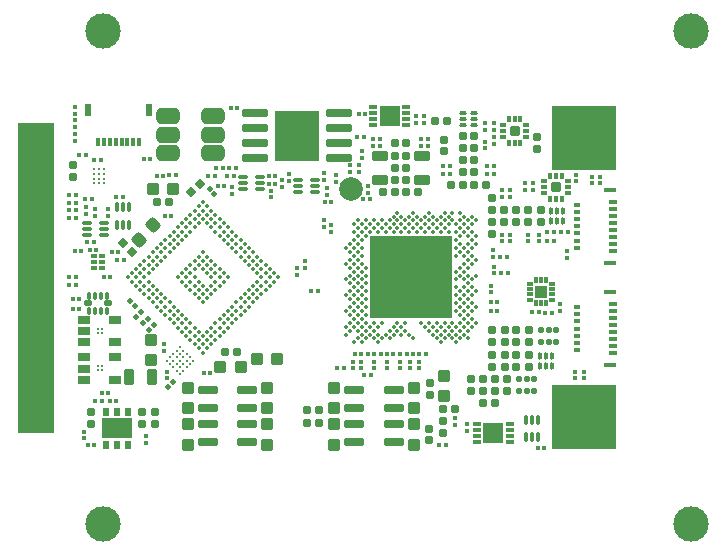
<source format=gbs>
G04*
G04 #@! TF.GenerationSoftware,Altium Limited,Altium Designer,19.1.6 (110)*
G04*
G04 Layer_Color=16711935*
%FSLAX44Y44*%
%MOMM*%
G71*
G01*
G75*
%ADD68R,3.1250X26.2500*%
G04:AMPARAMS|DCode=69|XSize=0.6mm|YSize=0.7mm|CornerRadius=0.1mm|HoleSize=0mm|Usage=FLASHONLY|Rotation=270.000|XOffset=0mm|YOffset=0mm|HoleType=Round|Shape=RoundedRectangle|*
%AMROUNDEDRECTD69*
21,1,0.6000,0.5000,0,0,270.0*
21,1,0.4000,0.7000,0,0,270.0*
1,1,0.2000,-0.2500,-0.2000*
1,1,0.2000,-0.2500,0.2000*
1,1,0.2000,0.2500,0.2000*
1,1,0.2000,0.2500,-0.2000*
%
%ADD69ROUNDEDRECTD69*%
%ADD70R,0.4000X0.4500*%
%ADD78R,0.4500X0.4000*%
%ADD88R,2.6000X0.7000*%
%ADD89C,0.2400*%
%ADD90C,0.3000*%
%ADD93C,2.0000*%
%ADD97C,3.0000*%
G04:AMPARAMS|DCode=105|XSize=0.7mm|YSize=0.7mm|CornerRadius=0.11mm|HoleSize=0mm|Usage=FLASHONLY|Rotation=0.000|XOffset=0mm|YOffset=0mm|HoleType=Round|Shape=RoundedRectangle|*
%AMROUNDEDRECTD105*
21,1,0.7000,0.4800,0,0,0.0*
21,1,0.4800,0.7000,0,0,0.0*
1,1,0.2200,0.2400,-0.2400*
1,1,0.2200,-0.2400,-0.2400*
1,1,0.2200,-0.2400,0.2400*
1,1,0.2200,0.2400,0.2400*
%
%ADD105ROUNDEDRECTD105*%
G04:AMPARAMS|DCode=106|XSize=1.4mm|YSize=0.9mm|CornerRadius=0.15mm|HoleSize=0mm|Usage=FLASHONLY|Rotation=90.000|XOffset=0mm|YOffset=0mm|HoleType=Round|Shape=RoundedRectangle|*
%AMROUNDEDRECTD106*
21,1,1.4000,0.6000,0,0,90.0*
21,1,1.1000,0.9000,0,0,90.0*
1,1,0.3000,0.3000,0.5500*
1,1,0.3000,0.3000,-0.5500*
1,1,0.3000,-0.3000,-0.5500*
1,1,0.3000,-0.3000,0.5500*
%
%ADD106ROUNDEDRECTD106*%
G04:AMPARAMS|DCode=107|XSize=0.4mm|YSize=0.45mm|CornerRadius=0mm|HoleSize=0mm|Usage=FLASHONLY|Rotation=45.000|XOffset=0mm|YOffset=0mm|HoleType=Round|Shape=Rectangle|*
%AMROTATEDRECTD107*
4,1,4,0.0177,-0.3005,-0.3005,0.0177,-0.0177,0.3005,0.3005,-0.0177,0.0177,-0.3005,0.0*
%
%ADD107ROTATEDRECTD107*%

G04:AMPARAMS|DCode=108|XSize=0.7mm|YSize=0.7mm|CornerRadius=0.11mm|HoleSize=0mm|Usage=FLASHONLY|Rotation=270.000|XOffset=0mm|YOffset=0mm|HoleType=Round|Shape=RoundedRectangle|*
%AMROUNDEDRECTD108*
21,1,0.7000,0.4800,0,0,270.0*
21,1,0.4800,0.7000,0,0,270.0*
1,1,0.2200,-0.2400,-0.2400*
1,1,0.2200,-0.2400,0.2400*
1,1,0.2200,0.2400,0.2400*
1,1,0.2200,0.2400,-0.2400*
%
%ADD108ROUNDEDRECTD108*%
G04:AMPARAMS|DCode=109|XSize=1.1mm|YSize=1mm|CornerRadius=0.1625mm|HoleSize=0mm|Usage=FLASHONLY|Rotation=270.000|XOffset=0mm|YOffset=0mm|HoleType=Round|Shape=RoundedRectangle|*
%AMROUNDEDRECTD109*
21,1,1.1000,0.6750,0,0,270.0*
21,1,0.7750,1.0000,0,0,270.0*
1,1,0.3250,-0.3375,-0.3875*
1,1,0.3250,-0.3375,0.3875*
1,1,0.3250,0.3375,0.3875*
1,1,0.3250,0.3375,-0.3875*
%
%ADD109ROUNDEDRECTD109*%
G04:AMPARAMS|DCode=110|XSize=1.1mm|YSize=1mm|CornerRadius=0.1625mm|HoleSize=0mm|Usage=FLASHONLY|Rotation=180.000|XOffset=0mm|YOffset=0mm|HoleType=Round|Shape=RoundedRectangle|*
%AMROUNDEDRECTD110*
21,1,1.1000,0.6750,0,0,180.0*
21,1,0.7750,1.0000,0,0,180.0*
1,1,0.3250,-0.3875,0.3375*
1,1,0.3250,0.3875,0.3375*
1,1,0.3250,0.3875,-0.3375*
1,1,0.3250,-0.3875,-0.3375*
%
%ADD110ROUNDEDRECTD110*%
G04:AMPARAMS|DCode=112|XSize=0.6mm|YSize=0.7mm|CornerRadius=0.1mm|HoleSize=0mm|Usage=FLASHONLY|Rotation=180.000|XOffset=0mm|YOffset=0mm|HoleType=Round|Shape=RoundedRectangle|*
%AMROUNDEDRECTD112*
21,1,0.6000,0.5000,0,0,180.0*
21,1,0.4000,0.7000,0,0,180.0*
1,1,0.2000,-0.2000,0.2500*
1,1,0.2000,0.2000,0.2500*
1,1,0.2000,0.2000,-0.2500*
1,1,0.2000,-0.2000,-0.2500*
%
%ADD112ROUNDEDRECTD112*%
G04:AMPARAMS|DCode=113|XSize=0.4mm|YSize=0.45mm|CornerRadius=0mm|HoleSize=0mm|Usage=FLASHONLY|Rotation=315.000|XOffset=0mm|YOffset=0mm|HoleType=Round|Shape=Rectangle|*
%AMROTATEDRECTD113*
4,1,4,-0.3005,-0.0177,0.0177,0.3005,0.3005,0.0177,-0.0177,-0.3005,-0.3005,-0.0177,0.0*
%
%ADD113ROTATEDRECTD113*%

%ADD114R,0.6000X0.8000*%
%ADD115R,2.6000X1.8000*%
G04:AMPARAMS|DCode=119|XSize=1.1mm|YSize=1.1mm|CornerRadius=0.2mm|HoleSize=0mm|Usage=FLASHONLY|Rotation=180.000|XOffset=0mm|YOffset=0mm|HoleType=Round|Shape=RoundedRectangle|*
%AMROUNDEDRECTD119*
21,1,1.1000,0.7000,0,0,180.0*
21,1,0.7000,1.1000,0,0,180.0*
1,1,0.4000,-0.3500,0.3500*
1,1,0.4000,0.3500,0.3500*
1,1,0.4000,0.3500,-0.3500*
1,1,0.4000,-0.3500,-0.3500*
%
%ADD119ROUNDEDRECTD119*%
%ADD120R,0.3000X0.4950*%
%ADD121R,0.4950X0.3000*%
G04:AMPARAMS|DCode=122|XSize=0.33mm|YSize=0.63mm|CornerRadius=0.1025mm|HoleSize=0mm|Usage=FLASHONLY|Rotation=0.000|XOffset=0mm|YOffset=0mm|HoleType=Round|Shape=RoundedRectangle|*
%AMROUNDEDRECTD122*
21,1,0.3300,0.4250,0,0,0.0*
21,1,0.1250,0.6300,0,0,0.0*
1,1,0.2050,0.0625,-0.2125*
1,1,0.2050,-0.0625,-0.2125*
1,1,0.2050,-0.0625,0.2125*
1,1,0.2050,0.0625,0.2125*
%
%ADD122ROUNDEDRECTD122*%
G04:AMPARAMS|DCode=124|XSize=0.6mm|YSize=0.7mm|CornerRadius=0.1mm|HoleSize=0mm|Usage=FLASHONLY|Rotation=45.000|XOffset=0mm|YOffset=0mm|HoleType=Round|Shape=RoundedRectangle|*
%AMROUNDEDRECTD124*
21,1,0.6000,0.5000,0,0,45.0*
21,1,0.4000,0.7000,0,0,45.0*
1,1,0.2000,0.3182,-0.0354*
1,1,0.2000,0.0354,-0.3182*
1,1,0.2000,-0.3182,0.0354*
1,1,0.2000,-0.0354,0.3182*
%
%ADD124ROUNDEDRECTD124*%
%ADD125R,5.5000X5.5000*%
%ADD140C,0.3500*%
%ADD173R,7.0000X7.0000*%
G04:AMPARAMS|DCode=174|XSize=0.4mm|YSize=0.8mm|CornerRadius=0.0995mm|HoleSize=0mm|Usage=FLASHONLY|Rotation=90.000|XOffset=0mm|YOffset=0mm|HoleType=Round|Shape=RoundedRectangle|*
%AMROUNDEDRECTD174*
21,1,0.4000,0.6010,0,0,90.0*
21,1,0.2010,0.8000,0,0,90.0*
1,1,0.1990,0.3005,0.1005*
1,1,0.1990,0.3005,-0.1005*
1,1,0.1990,-0.3005,-0.1005*
1,1,0.1990,-0.3005,0.1005*
%
%ADD174ROUNDEDRECTD174*%
G04:AMPARAMS|DCode=175|XSize=0.4mm|YSize=0.8mm|CornerRadius=0.0995mm|HoleSize=0mm|Usage=FLASHONLY|Rotation=180.000|XOffset=0mm|YOffset=0mm|HoleType=Round|Shape=RoundedRectangle|*
%AMROUNDEDRECTD175*
21,1,0.4000,0.6010,0,0,180.0*
21,1,0.2010,0.8000,0,0,180.0*
1,1,0.1990,-0.1005,0.3005*
1,1,0.1990,0.1005,0.3005*
1,1,0.1990,0.1005,-0.3005*
1,1,0.1990,-0.1005,-0.3005*
%
%ADD175ROUNDEDRECTD175*%
G04:AMPARAMS|DCode=176|XSize=0.65mm|YSize=2.2mm|CornerRadius=0.1875mm|HoleSize=0mm|Usage=FLASHONLY|Rotation=90.000|XOffset=0mm|YOffset=0mm|HoleType=Round|Shape=RoundedRectangle|*
%AMROUNDEDRECTD176*
21,1,0.6500,1.8250,0,0,90.0*
21,1,0.2750,2.2000,0,0,90.0*
1,1,0.3750,0.9125,0.1375*
1,1,0.3750,0.9125,-0.1375*
1,1,0.3750,-0.9125,-0.1375*
1,1,0.3750,-0.9125,0.1375*
%
%ADD176ROUNDEDRECTD176*%
%ADD177R,3.7000X4.3000*%
%ADD178R,1.8000X1.8000*%
%ADD179R,0.7400X0.3900*%
%ADD180R,0.6250X0.3500*%
G04:AMPARAMS|DCode=181|XSize=0.75mm|YSize=0.45mm|CornerRadius=0.1375mm|HoleSize=0mm|Usage=FLASHONLY|Rotation=180.000|XOffset=0mm|YOffset=0mm|HoleType=Round|Shape=RoundedRectangle|*
%AMROUNDEDRECTD181*
21,1,0.7500,0.1750,0,0,180.0*
21,1,0.4750,0.4500,0,0,180.0*
1,1,0.2750,-0.2375,0.0875*
1,1,0.2750,0.2375,0.0875*
1,1,0.2750,0.2375,-0.0875*
1,1,0.2750,-0.2375,-0.0875*
%
%ADD181ROUNDEDRECTD181*%
G04:AMPARAMS|DCode=182|XSize=0.65mm|YSize=0.4mm|CornerRadius=0.125mm|HoleSize=0mm|Usage=FLASHONLY|Rotation=270.000|XOffset=0mm|YOffset=0mm|HoleType=Round|Shape=RoundedRectangle|*
%AMROUNDEDRECTD182*
21,1,0.6500,0.1500,0,0,270.0*
21,1,0.4000,0.4000,0,0,270.0*
1,1,0.2500,-0.0750,-0.2000*
1,1,0.2500,-0.0750,0.2000*
1,1,0.2500,0.0750,0.2000*
1,1,0.2500,0.0750,-0.2000*
%
%ADD182ROUNDEDRECTD182*%
G04:AMPARAMS|DCode=183|XSize=0.65mm|YSize=0.35mm|CornerRadius=0.1125mm|HoleSize=0mm|Usage=FLASHONLY|Rotation=270.000|XOffset=0mm|YOffset=0mm|HoleType=Round|Shape=RoundedRectangle|*
%AMROUNDEDRECTD183*
21,1,0.6500,0.1250,0,0,270.0*
21,1,0.4250,0.3500,0,0,270.0*
1,1,0.2250,-0.0625,-0.2125*
1,1,0.2250,-0.0625,0.2125*
1,1,0.2250,0.0625,0.2125*
1,1,0.2250,0.0625,-0.2125*
%
%ADD183ROUNDEDRECTD183*%
%ADD184R,0.4000X0.8000*%
%ADD185R,0.5000X1.1000*%
%ADD186R,0.6000X0.4000*%
%ADD187R,0.8000X0.4000*%
%ADD188R,1.1000X0.4500*%
G04:AMPARAMS|DCode=189|XSize=1.7mm|YSize=0.6mm|CornerRadius=0.125mm|HoleSize=0mm|Usage=FLASHONLY|Rotation=0.000|XOffset=0mm|YOffset=0mm|HoleType=Round|Shape=RoundedRectangle|*
%AMROUNDEDRECTD189*
21,1,1.7000,0.3500,0,0,0.0*
21,1,1.4500,0.6000,0,0,0.0*
1,1,0.2500,0.7250,-0.1750*
1,1,0.2500,-0.7250,-0.1750*
1,1,0.2500,-0.7250,0.1750*
1,1,0.2500,0.7250,0.1750*
%
%ADD189ROUNDEDRECTD189*%
G04:AMPARAMS|DCode=190|XSize=1.4mm|YSize=0.9mm|CornerRadius=0.15mm|HoleSize=0mm|Usage=FLASHONLY|Rotation=0.000|XOffset=0mm|YOffset=0mm|HoleType=Round|Shape=RoundedRectangle|*
%AMROUNDEDRECTD190*
21,1,1.4000,0.6000,0,0,0.0*
21,1,1.1000,0.9000,0,0,0.0*
1,1,0.3000,0.5500,-0.3000*
1,1,0.3000,-0.5500,-0.3000*
1,1,0.3000,-0.5500,0.3000*
1,1,0.3000,0.5500,0.3000*
%
%ADD190ROUNDEDRECTD190*%
G04:AMPARAMS|DCode=191|XSize=0.3mm|YSize=0.55mm|CornerRadius=0.08mm|HoleSize=0mm|Usage=FLASHONLY|Rotation=90.000|XOffset=0mm|YOffset=0mm|HoleType=Round|Shape=RoundedRectangle|*
%AMROUNDEDRECTD191*
21,1,0.3000,0.3900,0,0,90.0*
21,1,0.1400,0.5500,0,0,90.0*
1,1,0.1600,0.1950,0.0700*
1,1,0.1600,0.1950,-0.0700*
1,1,0.1600,-0.1950,-0.0700*
1,1,0.1600,-0.1950,0.0700*
%
%ADD191ROUNDEDRECTD191*%
G04:AMPARAMS|DCode=192|XSize=0.3mm|YSize=0.55mm|CornerRadius=0.08mm|HoleSize=0mm|Usage=FLASHONLY|Rotation=0.000|XOffset=0mm|YOffset=0mm|HoleType=Round|Shape=RoundedRectangle|*
%AMROUNDEDRECTD192*
21,1,0.3000,0.3900,0,0,0.0*
21,1,0.1400,0.5500,0,0,0.0*
1,1,0.1600,0.0700,-0.1950*
1,1,0.1600,-0.0700,-0.1950*
1,1,0.1600,-0.0700,0.1950*
1,1,0.1600,0.0700,0.1950*
%
%ADD192ROUNDEDRECTD192*%
G04:AMPARAMS|DCode=193|XSize=0.9mm|YSize=0.9mm|CornerRadius=0.17mm|HoleSize=0mm|Usage=FLASHONLY|Rotation=180.000|XOffset=0mm|YOffset=0mm|HoleType=Round|Shape=RoundedRectangle|*
%AMROUNDEDRECTD193*
21,1,0.9000,0.5600,0,0,180.0*
21,1,0.5600,0.9000,0,0,180.0*
1,1,0.3400,-0.2800,0.2800*
1,1,0.3400,0.2800,0.2800*
1,1,0.3400,0.2800,-0.2800*
1,1,0.3400,-0.2800,-0.2800*
%
%ADD193ROUNDEDRECTD193*%
G04:AMPARAMS|DCode=194|XSize=0.55mm|YSize=0.45mm|CornerRadius=0.1025mm|HoleSize=0mm|Usage=FLASHONLY|Rotation=180.000|XOffset=0mm|YOffset=0mm|HoleType=Round|Shape=RoundedRectangle|*
%AMROUNDEDRECTD194*
21,1,0.5500,0.2450,0,0,180.0*
21,1,0.3450,0.4500,0,0,180.0*
1,1,0.2050,-0.1725,0.1225*
1,1,0.2050,0.1725,0.1225*
1,1,0.2050,0.1725,-0.1225*
1,1,0.2050,-0.1725,-0.1225*
%
%ADD194ROUNDEDRECTD194*%
%ADD195C,0.3000*%
G04:AMPARAMS|DCode=196|XSize=1.4mm|YSize=1.95mm|CornerRadius=0.375mm|HoleSize=0mm|Usage=FLASHONLY|Rotation=270.000|XOffset=0mm|YOffset=0mm|HoleType=Round|Shape=RoundedRectangle|*
%AMROUNDEDRECTD196*
21,1,1.4000,1.2000,0,0,270.0*
21,1,0.6500,1.9500,0,0,270.0*
1,1,0.7500,-0.6000,-0.3250*
1,1,0.7500,-0.6000,0.3250*
1,1,0.7500,0.6000,0.3250*
1,1,0.7500,0.6000,-0.3250*
%
%ADD196ROUNDEDRECTD196*%
G04:AMPARAMS|DCode=197|XSize=0.4mm|YSize=0.8mm|CornerRadius=0.125mm|HoleSize=0mm|Usage=FLASHONLY|Rotation=180.000|XOffset=0mm|YOffset=0mm|HoleType=Round|Shape=RoundedRectangle|*
%AMROUNDEDRECTD197*
21,1,0.4000,0.5500,0,0,180.0*
21,1,0.1500,0.8000,0,0,180.0*
1,1,0.2500,-0.0750,0.2750*
1,1,0.2500,0.0750,0.2750*
1,1,0.2500,0.0750,-0.2750*
1,1,0.2500,-0.0750,-0.2750*
%
%ADD197ROUNDEDRECTD197*%
G04:AMPARAMS|DCode=198|XSize=1.1mm|YSize=1mm|CornerRadius=0.1625mm|HoleSize=0mm|Usage=FLASHONLY|Rotation=315.000|XOffset=0mm|YOffset=0mm|HoleType=Round|Shape=RoundedRectangle|*
%AMROUNDEDRECTD198*
21,1,1.1000,0.6750,0,0,315.0*
21,1,0.7750,1.0000,0,0,315.0*
1,1,0.3250,0.0354,-0.5127*
1,1,0.3250,-0.5127,0.0354*
1,1,0.3250,-0.0354,0.5127*
1,1,0.3250,0.5127,-0.0354*
%
%ADD198ROUNDEDRECTD198*%
G04:AMPARAMS|DCode=199|XSize=0.6mm|YSize=0.7mm|CornerRadius=0.1mm|HoleSize=0mm|Usage=FLASHONLY|Rotation=135.000|XOffset=0mm|YOffset=0mm|HoleType=Round|Shape=RoundedRectangle|*
%AMROUNDEDRECTD199*
21,1,0.6000,0.5000,0,0,135.0*
21,1,0.4000,0.7000,0,0,135.0*
1,1,0.2000,0.0354,0.3182*
1,1,0.2000,0.3182,0.0354*
1,1,0.2000,-0.0354,-0.3182*
1,1,0.2000,-0.3182,-0.0354*
%
%ADD199ROUNDEDRECTD199*%
G04:AMPARAMS|DCode=200|XSize=0.33mm|YSize=0.63mm|CornerRadius=0.1025mm|HoleSize=0mm|Usage=FLASHONLY|Rotation=90.000|XOffset=0mm|YOffset=0mm|HoleType=Round|Shape=RoundedRectangle|*
%AMROUNDEDRECTD200*
21,1,0.3300,0.4250,0,0,90.0*
21,1,0.1250,0.6300,0,0,90.0*
1,1,0.2050,0.2125,0.0625*
1,1,0.2050,0.2125,-0.0625*
1,1,0.2050,-0.2125,-0.0625*
1,1,0.2050,-0.2125,0.0625*
%
%ADD200ROUNDEDRECTD200*%
G04:AMPARAMS|DCode=201|XSize=0.7mm|YSize=1.1mm|CornerRadius=0.125mm|HoleSize=0mm|Usage=FLASHONLY|Rotation=90.000|XOffset=0mm|YOffset=0mm|HoleType=Round|Shape=RoundedRectangle|*
%AMROUNDEDRECTD201*
21,1,0.7000,0.8500,0,0,90.0*
21,1,0.4500,1.1000,0,0,90.0*
1,1,0.2500,0.4250,0.2250*
1,1,0.2500,0.4250,-0.2250*
1,1,0.2500,-0.4250,-0.2250*
1,1,0.2500,-0.4250,0.2250*
%
%ADD201ROUNDEDRECTD201*%
D68*
X-26875Y148250D02*
D03*
D69*
X311250Y281000D02*
D03*
X321250D02*
D03*
X327750Y37250D02*
D03*
X317750D02*
D03*
X143500Y85000D02*
D03*
X133500D02*
D03*
X75750Y211969D02*
D03*
X85750D02*
D03*
X361771Y42000D02*
D03*
X351771D02*
D03*
X361975Y52535D02*
D03*
X351975D02*
D03*
X361975Y62535D02*
D03*
X351975D02*
D03*
X287000Y231000D02*
D03*
X277000D02*
D03*
X344500Y237500D02*
D03*
X334500D02*
D03*
Y268500D02*
D03*
X344500D02*
D03*
X277000Y262000D02*
D03*
X287000D02*
D03*
X380025Y83045D02*
D03*
X370025D02*
D03*
X380025Y73045D02*
D03*
X370025D02*
D03*
X380000Y205500D02*
D03*
X390000D02*
D03*
Y195500D02*
D03*
X380000D02*
D03*
X370025Y94045D02*
D03*
X380025D02*
D03*
X370025Y104045D02*
D03*
X380025D02*
D03*
D70*
X170200Y227250D02*
D03*
X175800D02*
D03*
X170200Y234000D02*
D03*
X175800D02*
D03*
X136950Y241500D02*
D03*
X142550D02*
D03*
X125700Y241250D02*
D03*
X131300D02*
D03*
X22050Y178500D02*
D03*
X16450D02*
D03*
X18700Y172000D02*
D03*
X24300D02*
D03*
X11809Y170846D02*
D03*
X6209D02*
D03*
X28950Y50750D02*
D03*
X34550D02*
D03*
X85950Y235250D02*
D03*
X91550D02*
D03*
X119200Y234750D02*
D03*
X124800D02*
D03*
X320300Y7000D02*
D03*
X314700D02*
D03*
X246450Y287250D02*
D03*
X252050D02*
D03*
X398250Y4000D02*
D03*
X403850D02*
D03*
X1450Y198750D02*
D03*
X7050D02*
D03*
X143800Y292250D02*
D03*
X138200D02*
D03*
X35766Y43666D02*
D03*
X41366D02*
D03*
X23438D02*
D03*
X29038D02*
D03*
X47050Y217000D02*
D03*
X41450D02*
D03*
X7050Y218250D02*
D03*
X1450D02*
D03*
X7050Y205250D02*
D03*
X1450D02*
D03*
X15200Y214750D02*
D03*
X20800D02*
D03*
X1450Y211750D02*
D03*
X7050D02*
D03*
X134950Y234500D02*
D03*
X140550D02*
D03*
X36296Y149000D02*
D03*
X30696D02*
D03*
X43100Y169700D02*
D03*
X37500D02*
D03*
X47550Y163250D02*
D03*
X41950D02*
D03*
X406200Y179750D02*
D03*
X411800D02*
D03*
X418150Y187000D02*
D03*
X423750D02*
D03*
X406150D02*
D03*
X411750D02*
D03*
X305300Y266000D02*
D03*
X299700D02*
D03*
X264300Y259500D02*
D03*
X258700D02*
D03*
X299700D02*
D03*
X305300D02*
D03*
X258700Y266000D02*
D03*
X264300D02*
D03*
X361100Y242500D02*
D03*
X355500D02*
D03*
Y236000D02*
D03*
X361100D02*
D03*
X317900Y242500D02*
D03*
X323500D02*
D03*
Y236000D02*
D03*
X317900D02*
D03*
X223300Y212250D02*
D03*
X217700D02*
D03*
X81000Y234450D02*
D03*
X75400D02*
D03*
X127000Y225550D02*
D03*
X132600D02*
D03*
X257050Y65750D02*
D03*
X251450D02*
D03*
X234000Y71707D02*
D03*
X228400D02*
D03*
X211975Y136970D02*
D03*
X206375D02*
D03*
X245500Y267800D02*
D03*
X251100D02*
D03*
X64650Y248450D02*
D03*
X70250D02*
D03*
X28100Y248250D02*
D03*
X22500D02*
D03*
X10000Y252500D02*
D03*
X15600D02*
D03*
X115357Y67707D02*
D03*
X120957D02*
D03*
X364050Y120150D02*
D03*
X358450D02*
D03*
X10050Y130500D02*
D03*
X4450Y130500D02*
D03*
X10050Y122058D02*
D03*
X4450D02*
D03*
X17195Y6750D02*
D03*
X22795Y6750D02*
D03*
X7043Y142417D02*
D03*
X1443D02*
D03*
X7043Y148747D02*
D03*
X1443D02*
D03*
X393185Y119100D02*
D03*
X398785Y119100D02*
D03*
X410050Y118500D02*
D03*
X404450D02*
D03*
X87979Y200750D02*
D03*
X82379D02*
D03*
X364050Y127500D02*
D03*
X358450D02*
D03*
X256050Y214500D02*
D03*
X250450D02*
D03*
X292665Y84000D02*
D03*
X287065D02*
D03*
X281550D02*
D03*
X275950D02*
D03*
X270750D02*
D03*
X265150D02*
D03*
X297950D02*
D03*
X303550D02*
D03*
X259750D02*
D03*
X254150D02*
D03*
X248750D02*
D03*
X243150D02*
D03*
X371850Y165950D02*
D03*
X366250D02*
D03*
X367450Y152050D02*
D03*
X373050D02*
D03*
D78*
X295250Y279200D02*
D03*
Y284800D02*
D03*
X302000Y279200D02*
D03*
Y284800D02*
D03*
X181250Y231050D02*
D03*
Y225450D02*
D03*
X217250Y236550D02*
D03*
Y230950D02*
D03*
X187750Y230150D02*
D03*
Y235750D02*
D03*
X34000Y206050D02*
D03*
Y200450D02*
D03*
X14000Y18050D02*
D03*
Y12450D02*
D03*
X422500Y170800D02*
D03*
Y165200D02*
D03*
X429500Y68850D02*
D03*
Y63250D02*
D03*
X437000Y68800D02*
D03*
Y63200D02*
D03*
X66750Y8750D02*
D03*
Y14350D02*
D03*
X338500Y18700D02*
D03*
Y24300D02*
D03*
X327750Y29300D02*
D03*
Y23700D02*
D03*
X220000Y218700D02*
D03*
Y224300D02*
D03*
X227250Y229700D02*
D03*
Y235300D02*
D03*
X23000Y200450D02*
D03*
Y206050D02*
D03*
X139000Y224800D02*
D03*
Y219200D02*
D03*
X16000Y202200D02*
D03*
Y207800D02*
D03*
X172250Y221800D02*
D03*
Y216200D02*
D03*
X6500Y292750D02*
D03*
Y287150D02*
D03*
X390250Y179200D02*
D03*
Y184800D02*
D03*
X399000D02*
D03*
Y179200D02*
D03*
X387250Y222700D02*
D03*
Y228300D02*
D03*
X393750D02*
D03*
Y222700D02*
D03*
X374250Y178950D02*
D03*
Y184550D02*
D03*
X367750D02*
D03*
Y178950D02*
D03*
X374500Y222300D02*
D03*
Y216700D02*
D03*
X368000Y216700D02*
D03*
Y222300D02*
D03*
X194250Y156550D02*
D03*
Y150950D02*
D03*
X201000Y156550D02*
D03*
Y162150D02*
D03*
X353500Y257950D02*
D03*
Y263550D02*
D03*
X241750Y77300D02*
D03*
Y71700D02*
D03*
X84000Y63200D02*
D03*
Y68800D02*
D03*
X246750Y243300D02*
D03*
Y237700D02*
D03*
X6500Y264000D02*
D03*
Y269600D02*
D03*
X6500Y275950D02*
D03*
Y281550D02*
D03*
X239250Y243300D02*
D03*
Y237700D02*
D03*
X249750Y249950D02*
D03*
Y255550D02*
D03*
X81500Y86450D02*
D03*
Y92050D02*
D03*
X416750Y120450D02*
D03*
Y126050D02*
D03*
X358500Y135950D02*
D03*
Y141550D02*
D03*
X361000Y157650D02*
D03*
Y152050D02*
D03*
X450750Y228200D02*
D03*
X450750Y233800D02*
D03*
X444250Y228200D02*
D03*
Y233800D02*
D03*
X430200Y235350D02*
D03*
Y229750D02*
D03*
X353750Y278850D02*
D03*
X353750Y273250D02*
D03*
X361250Y278850D02*
D03*
Y273250D02*
D03*
X361000Y261700D02*
D03*
Y267300D02*
D03*
X254250Y225800D02*
D03*
Y220200D02*
D03*
X223250Y192550D02*
D03*
Y186950D02*
D03*
X216750Y196800D02*
D03*
Y191200D02*
D03*
X290000Y71700D02*
D03*
Y77300D02*
D03*
X281500Y71700D02*
D03*
Y77300D02*
D03*
X270750Y71700D02*
D03*
Y77300D02*
D03*
X298000Y71700D02*
D03*
Y77300D02*
D03*
X259700Y71700D02*
D03*
Y77300D02*
D03*
X248750Y71700D02*
D03*
Y77300D02*
D03*
X360000Y165950D02*
D03*
Y171550D02*
D03*
D88*
X-25000Y262497D02*
D03*
Y254497D02*
D03*
X-25000Y246497D02*
D03*
Y238497D02*
D03*
Y230497D02*
D03*
Y222497D02*
D03*
X-25000Y214497D02*
D03*
Y206497D02*
D03*
X-25000Y166497D02*
D03*
X-25000Y158497D02*
D03*
Y150497D02*
D03*
Y142497D02*
D03*
Y134497D02*
D03*
Y126497D02*
D03*
Y118497D02*
D03*
Y110497D02*
D03*
Y102497D02*
D03*
Y94497D02*
D03*
Y86497D02*
D03*
Y78497D02*
D03*
Y70497D02*
D03*
Y62497D02*
D03*
Y54497D02*
D03*
X-25000Y46497D02*
D03*
Y38497D02*
D03*
Y30497D02*
D03*
D89*
X25500Y69750D02*
D03*
X29000D02*
D03*
X25500Y73250D02*
D03*
X29000D02*
D03*
Y105000D02*
D03*
X25500D02*
D03*
X29000Y101500D02*
D03*
X25500D02*
D03*
D90*
X106478Y78085D02*
D03*
X83851D02*
D03*
X86679Y80914D02*
D03*
X89508Y83742D02*
D03*
X92336Y86571D02*
D03*
X95164Y89399D02*
D03*
X100821Y72429D02*
D03*
X103650Y75257D02*
D03*
X89508Y72429D02*
D03*
X92336Y75257D02*
D03*
X95164Y78085D02*
D03*
X97993Y80914D02*
D03*
X100821Y83742D02*
D03*
X95164Y66772D02*
D03*
X92336Y69600D02*
D03*
X95164Y72429D02*
D03*
X97993Y75257D02*
D03*
X100821Y78085D02*
D03*
X103650Y80914D02*
D03*
X86679Y75257D02*
D03*
X89508Y78085D02*
D03*
X92336Y80914D02*
D03*
X97993Y69600D02*
D03*
X95164Y83742D02*
D03*
X97993Y86571D02*
D03*
D93*
X240250Y223500D02*
D03*
D97*
X30000Y357300D02*
D03*
X528250Y357300D02*
D03*
Y-60300D02*
D03*
X30050Y-60250D02*
D03*
D105*
X319000Y265250D02*
D03*
Y255250D02*
D03*
X390525Y104045D02*
D03*
Y94045D02*
D03*
X372475Y62535D02*
D03*
Y52535D02*
D03*
X317500Y26750D02*
D03*
X317500Y16750D02*
D03*
X73745Y24750D02*
D03*
Y34750D02*
D03*
X359000Y205500D02*
D03*
X359000Y215500D02*
D03*
Y195500D02*
D03*
Y185500D02*
D03*
X306500Y58750D02*
D03*
Y48750D02*
D03*
X305750Y20500D02*
D03*
Y10500D02*
D03*
D106*
X51750Y64500D02*
D03*
X71750D02*
D03*
D107*
X85406Y55599D02*
D03*
X89366Y59559D02*
D03*
X69372Y104062D02*
D03*
X73331Y108022D02*
D03*
X58411Y115022D02*
D03*
X62371Y118982D02*
D03*
X67851Y113502D02*
D03*
X63892Y109542D02*
D03*
D108*
X287000Y220500D02*
D03*
X297000D02*
D03*
X277000D02*
D03*
X267000D02*
D03*
X334500Y227000D02*
D03*
X324500D02*
D03*
X344500D02*
D03*
X354500D02*
D03*
X212750Y36500D02*
D03*
X202750D02*
D03*
X212750Y25500D02*
D03*
X202750D02*
D03*
D109*
X160500Y79500D02*
D03*
X177500D02*
D03*
X146500Y72750D02*
D03*
X129500D02*
D03*
X72250Y223000D02*
D03*
X89250D02*
D03*
D110*
X226000Y24000D02*
D03*
Y7000D02*
D03*
X318500Y64750D02*
D03*
Y47750D02*
D03*
X70289Y95250D02*
D03*
Y78250D02*
D03*
X169250Y55000D02*
D03*
Y38000D02*
D03*
X102250Y55000D02*
D03*
Y38000D02*
D03*
X169250Y7000D02*
D03*
Y24000D02*
D03*
X102250D02*
D03*
Y7000D02*
D03*
X293000Y38000D02*
D03*
Y55000D02*
D03*
X226000Y55000D02*
D03*
Y38000D02*
D03*
X293000Y7000D02*
D03*
Y24000D02*
D03*
D112*
X4750Y243500D02*
D03*
Y233500D02*
D03*
X397500Y267000D02*
D03*
Y257000D02*
D03*
X341475Y52535D02*
D03*
Y62535D02*
D03*
X63245Y24750D02*
D03*
Y34750D02*
D03*
X20104Y24750D02*
D03*
Y34750D02*
D03*
X334500Y248000D02*
D03*
Y258000D02*
D03*
X344500D02*
D03*
Y248000D02*
D03*
X287000Y251500D02*
D03*
Y241500D02*
D03*
X277000D02*
D03*
Y251500D02*
D03*
X359525Y73045D02*
D03*
Y83045D02*
D03*
X390525Y73045D02*
D03*
Y83045D02*
D03*
X400500Y205500D02*
D03*
Y195500D02*
D03*
X369500D02*
D03*
Y205500D02*
D03*
X359525Y104045D02*
D03*
Y94045D02*
D03*
D113*
X120270Y223230D02*
D03*
X124230Y219270D02*
D03*
X52931Y128422D02*
D03*
X56891Y124462D02*
D03*
D114*
X51250Y34750D02*
D03*
X41750D02*
D03*
X32250D02*
D03*
Y6750D02*
D03*
X41750D02*
D03*
X51250D02*
D03*
D115*
X41750Y20750D02*
D03*
D119*
X401000Y136500D02*
D03*
D120*
X405000Y126975D02*
D03*
X401000Y126975D02*
D03*
X397000D02*
D03*
Y146025D02*
D03*
X401000Y146025D02*
D03*
X405000D02*
D03*
D121*
X410525Y143250D02*
D03*
X410525Y138750D02*
D03*
Y134250D02*
D03*
X410525Y129750D02*
D03*
X391475Y129750D02*
D03*
Y134250D02*
D03*
Y138750D02*
D03*
X391475Y143250D02*
D03*
D122*
X404827Y82295D02*
D03*
X409827D02*
D03*
X404827Y73795D02*
D03*
X409827D02*
D03*
X399827D02*
D03*
Y82295D02*
D03*
X419510Y196250D02*
D03*
X414510D02*
D03*
X419510Y204750D02*
D03*
X414510D02*
D03*
X409510D02*
D03*
Y196250D02*
D03*
D124*
X47214Y177285D02*
D03*
X54285Y170215D02*
D03*
D125*
X437500Y30500D02*
D03*
Y266500D02*
D03*
D140*
X329295Y93510D02*
D03*
X332625Y96840D02*
D03*
X335955Y100170D02*
D03*
X339285Y103500D02*
D03*
X342615Y106830D02*
D03*
X345945Y110160D02*
D03*
X342615Y113490D02*
D03*
X339285Y110160D02*
D03*
X332625Y103500D02*
D03*
X335955Y106830D02*
D03*
X325965Y96840D02*
D03*
X329295Y100170D02*
D03*
X325965Y103500D02*
D03*
X322635Y100170D02*
D03*
X332625Y110160D02*
D03*
X329295Y106830D02*
D03*
X335955Y113490D02*
D03*
X339285Y116820D02*
D03*
X322635Y106830D02*
D03*
X319305Y103500D02*
D03*
X325965Y110160D02*
D03*
X335955Y120150D02*
D03*
X332625Y116820D02*
D03*
X312645Y96840D02*
D03*
X315975Y100170D02*
D03*
Y93510D02*
D03*
X319305Y96840D02*
D03*
X342615Y126810D02*
D03*
X339285Y123480D02*
D03*
X345945D02*
D03*
X342615Y120150D02*
D03*
X335955Y126810D02*
D03*
X339285Y130140D02*
D03*
X329295Y120150D02*
D03*
X332625Y123480D02*
D03*
X315975Y106830D02*
D03*
X319305Y110160D02*
D03*
X309315Y100170D02*
D03*
X312645Y103500D02*
D03*
X309315Y106830D02*
D03*
X305985Y103500D02*
D03*
X312645Y110160D02*
D03*
X305985D02*
D03*
X302655Y106830D02*
D03*
X299325Y110160D02*
D03*
X345945Y136800D02*
D03*
X342615Y133470D02*
D03*
X339285Y136800D02*
D03*
X342615Y140130D02*
D03*
X329295Y126810D02*
D03*
X335955Y133470D02*
D03*
X332625Y130140D02*
D03*
X342615Y146790D02*
D03*
X332625Y136800D02*
D03*
X329295Y133470D02*
D03*
X339285Y143460D02*
D03*
X335955Y140130D02*
D03*
X329295D02*
D03*
X335955Y146790D02*
D03*
Y153450D02*
D03*
X339285Y156780D02*
D03*
X329295Y146790D02*
D03*
X332625Y150120D02*
D03*
X345945Y163440D02*
D03*
X342615Y160110D02*
D03*
X335955D02*
D03*
X339285Y163440D02*
D03*
X329295Y153450D02*
D03*
X332625Y156780D02*
D03*
X342615Y166770D02*
D03*
X335955D02*
D03*
X339285Y170100D02*
D03*
X345945Y176760D02*
D03*
X342615Y173430D02*
D03*
X335955D02*
D03*
X339285Y176760D02*
D03*
X329295Y166770D02*
D03*
X332625Y170100D02*
D03*
X345945Y183420D02*
D03*
X342615Y180090D02*
D03*
X339285Y183420D02*
D03*
X329295Y173430D02*
D03*
X332625Y176760D02*
D03*
X339285Y190081D02*
D03*
X329295Y180090D02*
D03*
X332625Y183420D02*
D03*
X345945Y196740D02*
D03*
X342615Y193410D02*
D03*
X335955D02*
D03*
X339285Y196740D02*
D03*
X332625Y190081D02*
D03*
X342615Y200070D02*
D03*
X335955D02*
D03*
X329295Y193410D02*
D03*
X332625Y196740D02*
D03*
X339285Y96840D02*
D03*
X286005Y110160D02*
D03*
X279345D02*
D03*
X282675Y106830D02*
D03*
X286005Y103500D02*
D03*
X289335Y100170D02*
D03*
X292665Y96840D02*
D03*
X276015Y106830D02*
D03*
X279345Y103500D02*
D03*
X276015Y100170D02*
D03*
X272685Y103500D02*
D03*
Y96840D02*
D03*
X269355Y100170D02*
D03*
X282675D02*
D03*
X266025Y96840D02*
D03*
X262695Y93510D02*
D03*
X259365Y96840D02*
D03*
X262695Y100170D02*
D03*
X266025Y110160D02*
D03*
X262695Y106830D02*
D03*
X259365Y103500D02*
D03*
X252705Y96840D02*
D03*
X256035Y100170D02*
D03*
X249375Y93510D02*
D03*
X242715D02*
D03*
X249375Y100170D02*
D03*
X246045Y96840D02*
D03*
X252705Y103500D02*
D03*
X256035Y106830D02*
D03*
X259365Y110160D02*
D03*
X246045Y103500D02*
D03*
X249375Y106830D02*
D03*
X252705Y110160D02*
D03*
X236054Y100170D02*
D03*
X242715Y106830D02*
D03*
X239385Y103500D02*
D03*
X246045Y110160D02*
D03*
X249375Y113490D02*
D03*
X252705Y116820D02*
D03*
X236054Y106830D02*
D03*
X242715Y113490D02*
D03*
X239385Y110160D02*
D03*
X246045Y116820D02*
D03*
X249375Y120150D02*
D03*
X252705Y123480D02*
D03*
X242715Y120150D02*
D03*
X239385Y116820D02*
D03*
X246045Y123480D02*
D03*
X249375Y126810D02*
D03*
X252705Y130140D02*
D03*
X236054Y120150D02*
D03*
X242715Y126810D02*
D03*
X239385Y123480D02*
D03*
X246045Y130140D02*
D03*
X249375Y133470D02*
D03*
X252705Y136800D02*
D03*
X242715Y133470D02*
D03*
X239385Y130140D02*
D03*
X246045Y136800D02*
D03*
X249375Y140130D02*
D03*
X252705Y143460D02*
D03*
X236054Y133470D02*
D03*
X242715Y140130D02*
D03*
X239385Y136800D02*
D03*
X246045Y143460D02*
D03*
X249375Y146790D02*
D03*
X252705Y150120D02*
D03*
X242715Y146790D02*
D03*
X239385Y143460D02*
D03*
X246045Y150120D02*
D03*
X249375Y153450D02*
D03*
X252705Y156781D02*
D03*
X236054Y146791D02*
D03*
X242715Y153450D02*
D03*
X239385Y150120D02*
D03*
X246045Y156781D02*
D03*
X249375Y160110D02*
D03*
X242715Y160111D02*
D03*
X239385Y156781D02*
D03*
X246045Y163441D02*
D03*
X249375Y166771D02*
D03*
X236054Y160111D02*
D03*
X242715Y166771D02*
D03*
X239385Y163441D02*
D03*
X246045Y170101D02*
D03*
X249375Y173431D02*
D03*
X239385Y170101D02*
D03*
X246045Y176761D02*
D03*
X242715Y173431D02*
D03*
X249375Y180091D02*
D03*
X252705Y183421D02*
D03*
X256035Y186751D02*
D03*
X236054Y173431D02*
D03*
X242715Y180091D02*
D03*
X239385Y176761D02*
D03*
X246045Y183421D02*
D03*
X249375Y186751D02*
D03*
X252705Y190081D02*
D03*
X259365Y196741D02*
D03*
X256035Y193411D02*
D03*
X262695D02*
D03*
X259365Y190081D02*
D03*
X252705Y196741D02*
D03*
X249375Y193411D02*
D03*
X246045Y190081D02*
D03*
X242715Y186751D02*
D03*
X246045Y196741D02*
D03*
X242715Y193411D02*
D03*
X262695Y186751D02*
D03*
X269355D02*
D03*
X276015D02*
D03*
X282675D02*
D03*
X289335D02*
D03*
X295995D02*
D03*
X302655D02*
D03*
X309315D02*
D03*
X315975D02*
D03*
X322635D02*
D03*
X329295D02*
D03*
X335955D02*
D03*
X342615D02*
D03*
X266025Y190081D02*
D03*
X272685D02*
D03*
X279345D02*
D03*
X286005D02*
D03*
X292665D02*
D03*
X299325D02*
D03*
X305985D02*
D03*
X319305D02*
D03*
X312645D02*
D03*
X322635Y193411D02*
D03*
X315975D02*
D03*
X309315D02*
D03*
X302655D02*
D03*
X295995D02*
D03*
X289335D02*
D03*
X282675D02*
D03*
X276015D02*
D03*
X269355D02*
D03*
X319305Y196741D02*
D03*
X312645D02*
D03*
X305985D02*
D03*
X299325D02*
D03*
X292665D02*
D03*
X286005D02*
D03*
X279345D02*
D03*
X272685D02*
D03*
X266025D02*
D03*
X325965D02*
D03*
X332625Y203400D02*
D03*
X322635Y200071D02*
D03*
X276015D02*
D03*
X282675D02*
D03*
X289335D02*
D03*
X295995D02*
D03*
X302655D02*
D03*
X309315D02*
D03*
X315975D02*
D03*
X325965Y203401D02*
D03*
X319305D02*
D03*
X305985D02*
D03*
X292665D02*
D03*
X279345D02*
D03*
X345945Y150120D02*
D03*
X339285D02*
D03*
X125274Y187391D02*
D03*
X121738Y190926D02*
D03*
X118203Y194462D02*
D03*
X121738Y197997D02*
D03*
X51028Y148500D02*
D03*
X54563Y144965D02*
D03*
X58099Y141429D02*
D03*
X61634Y137893D02*
D03*
X65170Y134358D02*
D03*
X68705Y130822D02*
D03*
X72241Y127287D02*
D03*
X75776Y123751D02*
D03*
X79312Y120216D02*
D03*
X82847Y116680D02*
D03*
X86383Y113145D02*
D03*
X89918Y109609D02*
D03*
X93454Y106074D02*
D03*
X96990Y102538D02*
D03*
X100525Y99003D02*
D03*
X104061Y95467D02*
D03*
X107596Y91931D02*
D03*
X111132Y88396D02*
D03*
X114667Y84860D02*
D03*
X54563Y152036D02*
D03*
X58099Y148500D02*
D03*
X61634Y144965D02*
D03*
X65170Y141429D02*
D03*
X68705Y137893D02*
D03*
X72241Y134358D02*
D03*
X75776Y130822D02*
D03*
X79312Y127287D02*
D03*
X82847Y123751D02*
D03*
X86383Y120216D02*
D03*
X89918Y116680D02*
D03*
X93454Y113145D02*
D03*
X96990Y109609D02*
D03*
X100525Y106074D02*
D03*
X104061Y102538D02*
D03*
X107596Y99003D02*
D03*
X111132Y95467D02*
D03*
X114667Y91931D02*
D03*
X118203Y88396D02*
D03*
X58099Y155571D02*
D03*
X61634Y152036D02*
D03*
X65170Y148500D02*
D03*
X68705Y144965D02*
D03*
X72241Y141429D02*
D03*
X75777Y137893D02*
D03*
X79312Y134358D02*
D03*
X82847Y130822D02*
D03*
X86383Y127287D02*
D03*
X89919Y123751D02*
D03*
X93454Y120216D02*
D03*
X96990Y116680D02*
D03*
X100525Y113145D02*
D03*
X104061Y109609D02*
D03*
X107596Y106074D02*
D03*
X111132Y102538D02*
D03*
X114667Y99003D02*
D03*
X118203Y95467D02*
D03*
X121738Y91931D02*
D03*
X61634Y159107D02*
D03*
X65170Y155571D02*
D03*
X68705Y152036D02*
D03*
X118203Y102538D02*
D03*
X121738Y99003D02*
D03*
X125274Y95467D02*
D03*
X65170Y162642D02*
D03*
X68705Y159107D02*
D03*
X72241Y155571D02*
D03*
X121738Y106074D02*
D03*
X125274Y102538D02*
D03*
X128809Y99003D02*
D03*
X68705Y166178D02*
D03*
X72241Y162642D02*
D03*
X75776Y159107D02*
D03*
X125274Y109609D02*
D03*
X128809Y106074D02*
D03*
X132345Y102538D02*
D03*
X72241Y169713D02*
D03*
X75776Y166178D02*
D03*
X79312Y162642D02*
D03*
X93454Y148500D02*
D03*
X96990Y144965D02*
D03*
X100525Y141429D02*
D03*
X104061Y137893D02*
D03*
X107596Y134358D02*
D03*
X111132Y130822D02*
D03*
X114667Y127287D02*
D03*
X128809Y113145D02*
D03*
X132345Y109609D02*
D03*
X135880Y106074D02*
D03*
X75777Y173249D02*
D03*
X82847Y166178D02*
D03*
X96990Y152036D02*
D03*
X100525Y148500D02*
D03*
X104061Y144965D02*
D03*
X107596Y141429D02*
D03*
X111132Y137893D02*
D03*
X114667Y134358D02*
D03*
X118203Y130822D02*
D03*
X132345Y116680D02*
D03*
X135880Y113145D02*
D03*
X139416Y109609D02*
D03*
X79312Y176784D02*
D03*
X86383Y169713D02*
D03*
X100525Y155571D02*
D03*
X104061Y152036D02*
D03*
X107596Y148500D02*
D03*
X111132Y144965D02*
D03*
X114667Y141429D02*
D03*
X118203Y137893D02*
D03*
X121738Y134358D02*
D03*
X135880Y120216D02*
D03*
X139416Y116680D02*
D03*
X142952Y113145D02*
D03*
X82847Y180320D02*
D03*
X86383Y176784D02*
D03*
X89919Y173249D02*
D03*
X104061Y159107D02*
D03*
X107596Y155571D02*
D03*
X121738Y141429D02*
D03*
X125274Y137893D02*
D03*
X139416Y123751D02*
D03*
X142952Y120216D02*
D03*
X146487Y116680D02*
D03*
X86383Y183855D02*
D03*
X89918Y180320D02*
D03*
X93454Y176784D02*
D03*
X107596Y162642D02*
D03*
X111132Y159107D02*
D03*
X114667Y155571D02*
D03*
X118203Y152036D02*
D03*
X121738Y148500D02*
D03*
X125274Y144965D02*
D03*
X128809Y141429D02*
D03*
X142951Y127287D02*
D03*
X146487Y123751D02*
D03*
X150023Y120216D02*
D03*
X89918Y187391D02*
D03*
X93454Y183855D02*
D03*
X96990Y180320D02*
D03*
X111132Y166178D02*
D03*
X114667Y162642D02*
D03*
X118203Y159107D02*
D03*
X121738Y155571D02*
D03*
X125274Y152036D02*
D03*
X128809Y148500D02*
D03*
X132345Y144965D02*
D03*
X146487Y130822D02*
D03*
X150023Y127287D02*
D03*
X153558Y123751D02*
D03*
X93454Y190926D02*
D03*
X96990Y187391D02*
D03*
X100525Y183855D02*
D03*
X114667Y169713D02*
D03*
X118203Y166178D02*
D03*
X121738Y162642D02*
D03*
X125274Y159107D02*
D03*
X128809Y155571D02*
D03*
X132345Y152036D02*
D03*
X135880Y148500D02*
D03*
X150023Y134358D02*
D03*
X153558Y130822D02*
D03*
X157094Y127287D02*
D03*
X96990Y194462D02*
D03*
X100525Y190926D02*
D03*
X104061Y187391D02*
D03*
X153558Y137893D02*
D03*
X157094Y134358D02*
D03*
X160629Y130822D02*
D03*
X100525Y197997D02*
D03*
X104061Y194462D02*
D03*
X107596Y190926D02*
D03*
X157094Y141429D02*
D03*
X160629Y137893D02*
D03*
X164165Y134358D02*
D03*
X104061Y201533D02*
D03*
X107596Y197997D02*
D03*
X111132Y194462D02*
D03*
X160629Y144965D02*
D03*
X164165Y141429D02*
D03*
X167700Y137893D02*
D03*
X107596Y205068D02*
D03*
X111132Y201533D02*
D03*
X114667Y197997D02*
D03*
X128809Y183855D02*
D03*
X132345Y180320D02*
D03*
X135880Y176784D02*
D03*
X139416Y173249D02*
D03*
X142952Y169713D02*
D03*
X146487Y166178D02*
D03*
X150023Y162642D02*
D03*
X153558Y159107D02*
D03*
X157094Y155571D02*
D03*
X160629Y152036D02*
D03*
X164165Y148500D02*
D03*
X167700Y144965D02*
D03*
X171236Y141429D02*
D03*
X111132Y208604D02*
D03*
X114667Y205069D02*
D03*
X118203Y201533D02*
D03*
X125274Y194462D02*
D03*
X128809Y190926D02*
D03*
X132345Y187391D02*
D03*
X135880Y183855D02*
D03*
X139416Y180320D02*
D03*
X142952Y176784D02*
D03*
X146487Y173249D02*
D03*
X150023Y169713D02*
D03*
X153558Y166178D02*
D03*
X157094Y162642D02*
D03*
X160629Y159107D02*
D03*
X164165Y155571D02*
D03*
X167700Y152036D02*
D03*
X171236Y148500D02*
D03*
X174771Y144965D02*
D03*
X114667Y212140D02*
D03*
X118203Y208604D02*
D03*
X121738Y205069D02*
D03*
X125274Y201533D02*
D03*
X128809Y197997D02*
D03*
X132345Y194462D02*
D03*
X135880Y190926D02*
D03*
X139416Y187391D02*
D03*
X142952Y183855D02*
D03*
X146487Y180320D02*
D03*
X150023Y176784D02*
D03*
X153558Y173249D02*
D03*
X157094Y169713D02*
D03*
X160629Y166178D02*
D03*
X164165Y162642D02*
D03*
X167700Y159107D02*
D03*
X171236Y155571D02*
D03*
X174771Y152036D02*
D03*
X178307Y148500D02*
D03*
X82847Y173249D02*
D03*
X79312Y169713D02*
D03*
D173*
X290895Y148500D02*
D03*
D174*
X194750Y231250D02*
D03*
Y226250D02*
D03*
Y221250D02*
D03*
X209750D02*
D03*
Y226250D02*
D03*
Y231250D02*
D03*
X163250Y223250D02*
D03*
Y228250D02*
D03*
X163250Y233250D02*
D03*
X148250D02*
D03*
X148250Y228250D02*
D03*
Y223250D02*
D03*
X16250Y194750D02*
D03*
Y189750D02*
D03*
X16250Y184750D02*
D03*
X31250D02*
D03*
X31250Y189750D02*
D03*
Y194750D02*
D03*
D175*
X41750Y193250D02*
D03*
X46750D02*
D03*
X51750Y193250D02*
D03*
Y208250D02*
D03*
X46750Y208250D02*
D03*
X41750D02*
D03*
D176*
X158750Y249450D02*
D03*
Y262150D02*
D03*
Y274850D02*
D03*
Y287550D02*
D03*
X229750Y249450D02*
D03*
Y262150D02*
D03*
Y274850D02*
D03*
Y287550D02*
D03*
D177*
X194250Y268500D02*
D03*
D178*
X272750Y285250D02*
D03*
X360500Y16750D02*
D03*
D179*
X258750Y292750D02*
D03*
Y287750D02*
D03*
Y282750D02*
D03*
Y277750D02*
D03*
X286750D02*
D03*
Y282750D02*
D03*
Y287750D02*
D03*
Y292750D02*
D03*
X346500Y24250D02*
D03*
Y19250D02*
D03*
Y14250D02*
D03*
Y9250D02*
D03*
X374500D02*
D03*
Y14250D02*
D03*
Y19250D02*
D03*
Y24250D02*
D03*
D180*
X22125Y156500D02*
D03*
Y161500D02*
D03*
Y166500D02*
D03*
X29375D02*
D03*
Y161500D02*
D03*
Y156500D02*
D03*
D181*
X17130Y126500D02*
D03*
X34370D02*
D03*
D182*
X18130Y120100D02*
D03*
X33370D02*
D03*
Y132900D02*
D03*
X18130D02*
D03*
D183*
X23210Y120100D02*
D03*
X28290D02*
D03*
Y132900D02*
D03*
X23210D02*
D03*
D184*
X60750Y263500D02*
D03*
X55750D02*
D03*
X35750D02*
D03*
X40750D02*
D03*
X30750D02*
D03*
X25750D02*
D03*
X45750D02*
D03*
X50750D02*
D03*
D185*
X17450Y290000D02*
D03*
X69050D02*
D03*
D186*
X431425Y99250D02*
D03*
Y93250D02*
D03*
Y87250D02*
D03*
Y105250D02*
D03*
Y111250D02*
D03*
Y117250D02*
D03*
Y123250D02*
D03*
X431425Y185750D02*
D03*
Y179750D02*
D03*
Y173750D02*
D03*
Y191750D02*
D03*
Y197750D02*
D03*
Y203750D02*
D03*
Y209750D02*
D03*
D187*
X462075Y102250D02*
D03*
X462075Y108250D02*
D03*
Y114250D02*
D03*
Y120250D02*
D03*
Y126250D02*
D03*
Y96250D02*
D03*
Y90250D02*
D03*
Y84250D02*
D03*
X462075Y188750D02*
D03*
X462075Y194750D02*
D03*
Y200750D02*
D03*
Y206750D02*
D03*
Y212750D02*
D03*
Y182750D02*
D03*
Y176750D02*
D03*
Y170750D02*
D03*
D188*
X459425Y136000D02*
D03*
Y74500D02*
D03*
X459425Y222500D02*
D03*
Y161000D02*
D03*
D189*
X119250Y24000D02*
D03*
Y9000D02*
D03*
X152250Y38000D02*
D03*
X152250Y53000D02*
D03*
X119250Y38000D02*
D03*
Y53000D02*
D03*
X152250Y24000D02*
D03*
Y9000D02*
D03*
X276250Y53000D02*
D03*
Y38000D02*
D03*
X242750Y24000D02*
D03*
Y9000D02*
D03*
X276250Y24000D02*
D03*
Y9000D02*
D03*
X242750Y38000D02*
D03*
X242750Y53000D02*
D03*
D190*
X299750Y231250D02*
D03*
Y251250D02*
D03*
X264250D02*
D03*
Y231250D02*
D03*
D191*
X388500Y277750D02*
D03*
Y272750D02*
D03*
Y267750D02*
D03*
X368500Y267750D02*
D03*
Y272750D02*
D03*
Y277750D02*
D03*
X423750Y219750D02*
D03*
Y224750D02*
D03*
Y229750D02*
D03*
X403750D02*
D03*
Y224750D02*
D03*
Y219750D02*
D03*
D192*
X383500Y262750D02*
D03*
X378500D02*
D03*
X373500D02*
D03*
Y282750D02*
D03*
X378500Y282750D02*
D03*
X383500D02*
D03*
X408750Y214750D02*
D03*
X413750D02*
D03*
X418750Y214750D02*
D03*
Y234750D02*
D03*
X413750D02*
D03*
X408750D02*
D03*
D193*
X378500Y272750D02*
D03*
X413750Y224750D02*
D03*
D194*
X400845Y94145D02*
D03*
X400845Y103945D02*
D03*
X413845D02*
D03*
X407345D02*
D03*
Y94145D02*
D03*
X413845D02*
D03*
X395250Y52600D02*
D03*
X388750D02*
D03*
X382250D02*
D03*
X382250Y62400D02*
D03*
X388750D02*
D03*
X395250D02*
D03*
D195*
X30500Y228250D02*
D03*
X26500D02*
D03*
X22500D02*
D03*
X30500Y232250D02*
D03*
X26500D02*
D03*
X22500D02*
D03*
X30500Y236250D02*
D03*
X26500D02*
D03*
X22500D02*
D03*
Y240250D02*
D03*
X26500D02*
D03*
X30500D02*
D03*
D196*
X123500Y285500D02*
D03*
Y269500D02*
D03*
Y253500D02*
D03*
X85500Y269500D02*
D03*
Y253500D02*
D03*
Y285500D02*
D03*
D197*
X388500Y28000D02*
D03*
X393500D02*
D03*
X398500D02*
D03*
Y13000D02*
D03*
X393500D02*
D03*
X388500D02*
D03*
D198*
X60330Y180589D02*
D03*
X72351Y192610D02*
D03*
D199*
X112036Y227771D02*
D03*
X104965Y220700D02*
D03*
D200*
X335250Y277803D02*
D03*
X343750D02*
D03*
Y287802D02*
D03*
Y282803D02*
D03*
X335250Y287802D02*
D03*
Y282803D02*
D03*
D201*
X40250Y61750D02*
D03*
X14250Y80750D02*
D03*
X14250Y71250D02*
D03*
X14250Y61750D02*
D03*
X40250Y80750D02*
D03*
Y93500D02*
D03*
X14250Y112500D02*
D03*
X14250Y103000D02*
D03*
X14250Y93500D02*
D03*
X40250Y112500D02*
D03*
M02*

</source>
